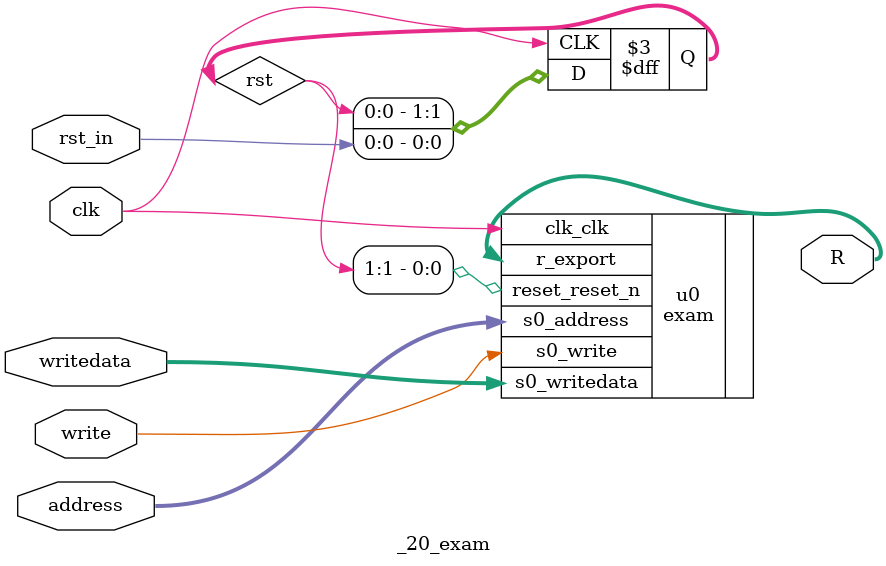
<source format=sv>
`timescale 1ns / 1ns
module _20_exam (
  input  bit        clk,
  input  bit        rst_in,
  input  bit [ 7:0] address,
  input  bit        write,
  input  bit [31:0] writedata,
  output bit [31:0] R
);

  exam u0 (
    .clk_clk      (clk),     
    .reset_reset_n(rst[1]),   
    .s0_address   (address),  
    .s0_write     (write),      
    .s0_writedata (writedata),
    .r_export     (R)          
  );

  bit [1:0] rst = '0;

  always_ff @(posedge clk) begin
    rst[1:0] <= {rst[0], rst_in};
  end

endmodule

</source>
